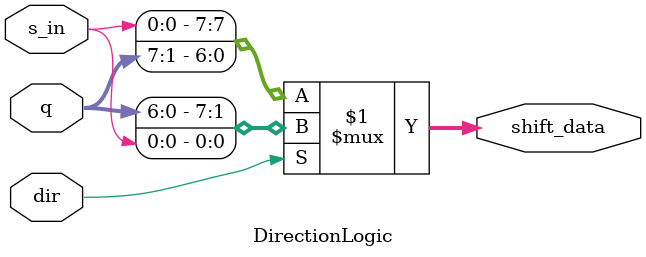
<source format=sv>
module BiDirShift #(parameter BITS=8) (
    input clk, rst, dir, s_in,
    output [BITS-1:0] q
);
    // Internal signals
    wire [BITS-1:0] shift_data;
    wire reset_signal;
    
    // Instantiate control module
    ShiftControl u_control (
        .clk(clk),
        .rst(rst),
        .reset_signal(reset_signal)
    );
    
    // Instantiate shift register module
    ShiftRegister #(
        .BITS(BITS)
    ) u_shift_reg (
        .clk(clk),
        .reset_signal(reset_signal),
        .dir(dir),
        .s_in(s_in),
        .q(q),
        .shift_data(shift_data)
    );
    
    // Instantiate direction logic module
    DirectionLogic #(
        .BITS(BITS)
    ) u_dir_logic (
        .dir(dir),
        .s_in(s_in),
        .q(q),
        .shift_data(shift_data)
    );
    
endmodule

// Combined control and shift register module with shared clock domain
module ShiftControl (
    input clk, rst,
    output reg reset_signal
);
    always @(posedge clk) begin
        reset_signal <= rst;
    end
endmodule

// Module for the shift register core functionality
module ShiftRegister #(parameter BITS=8) (
    input clk, reset_signal, dir, s_in,
    input [BITS-1:0] shift_data,
    output reg [BITS-1:0] q
);
    always @(posedge clk) begin
        if (reset_signal) begin
            q <= {BITS{1'b0}};
        end else begin
            q <= shift_data;
        end
    end
endmodule

// Module for direction-based data manipulation
module DirectionLogic #(parameter BITS=8) (
    input dir, s_in,
    input [BITS-1:0] q,
    output [BITS-1:0] shift_data
);
    assign shift_data = dir ? {q[BITS-2:0], s_in} : {s_in, q[BITS-1:1]};
endmodule
</source>
